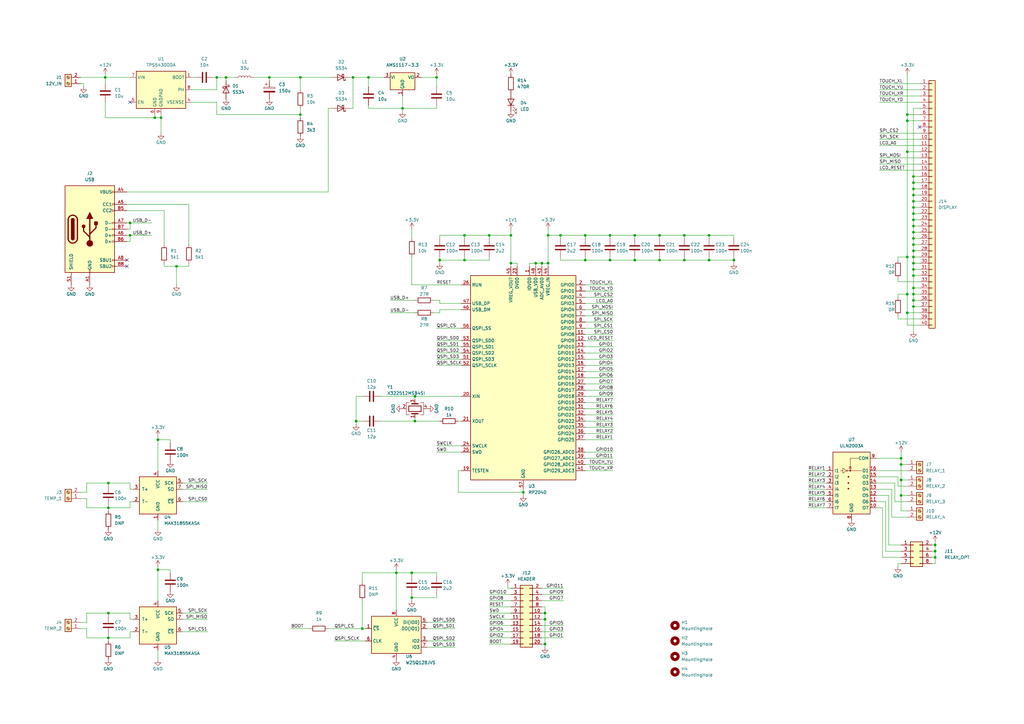
<source format=kicad_sch>
(kicad_sch (version 20211123) (generator eeschema)
  (paper "A3")
  (title_block (comment 1 "Resistors 1% tolerance unless otherwise noted"))
  (junction (at 374.65 90.17))
  (junction (at 44.45 198.12))
  (junction (at 260.35 96.52))
  (junction (at 374.65 97.79))
  (junction (at 372.11 46.99))
  (junction (at 151.13 31.75))
  (junction (at 374.65 85.09))
  (junction (at 180.34 106.68))
  (junction (at 209.55 96.52))
  (junction (at 374.65 92.71))
  (junction (at 374.65 72.39))
  (junction (at 383.54 223.52))
  (junction (at 168.91 245.11))
  (junction (at 372.11 49.53))
  (junction (at 280.67 96.52))
  (junction (at 374.65 120.65))
  (junction (at 190.5 106.68))
  (junction (at 369.57 196.85))
  (junction (at 280.67 106.68))
  (junction (at 53.34 91.44))
  (junction (at 224.79 107.95))
  (junction (at 374.65 87.63))
  (junction (at 240.03 96.52))
  (junction (at 270.51 96.52))
  (junction (at 270.51 106.68))
  (junction (at 179.07 31.75))
  (junction (at 374.65 113.03))
  (junction (at 123.19 31.75))
  (junction (at 162.56 234.95))
  (junction (at 110.49 31.75))
  (junction (at 148.59 257.81))
  (junction (at 250.19 106.68))
  (junction (at 372.11 120.65))
  (junction (at 190.5 96.52))
  (junction (at 250.19 96.52))
  (junction (at 224.79 96.52))
  (junction (at 372.11 105.41))
  (junction (at 92.71 31.75))
  (junction (at 44.45 208.28))
  (junction (at 290.83 96.52))
  (junction (at 222.25 107.95))
  (junction (at 146.05 172.72))
  (junction (at 219.71 107.95))
  (junction (at 72.39 109.22))
  (junction (at 374.65 125.73))
  (junction (at 369.57 203.2))
  (junction (at 200.66 96.52))
  (junction (at 165.1 44.45))
  (junction (at 229.87 96.52))
  (junction (at 374.65 100.33))
  (junction (at 374.65 107.95))
  (junction (at 66.04 48.26))
  (junction (at 44.45 251.46))
  (junction (at 372.11 128.27))
  (junction (at 374.65 102.87))
  (junction (at 43.18 31.75))
  (junction (at 383.54 228.6))
  (junction (at 63.5 48.26))
  (junction (at 170.18 162.56))
  (junction (at 374.65 118.11))
  (junction (at 260.35 106.68))
  (junction (at 369.57 190.5))
  (junction (at 64.77 233.68))
  (junction (at 374.65 123.19))
  (junction (at 374.65 77.47))
  (junction (at 383.54 226.06))
  (junction (at 170.18 172.72))
  (junction (at 240.03 106.68))
  (junction (at 300.99 106.68))
  (junction (at 214.63 201.93))
  (junction (at 374.65 105.41))
  (junction (at 369.57 187.96))
  (junction (at 223.52 251.46))
  (junction (at 374.65 95.25))
  (junction (at 88.9 31.75))
  (junction (at 53.34 96.52))
  (junction (at 144.78 31.75))
  (junction (at 223.52 254))
  (junction (at 374.65 80.01))
  (junction (at 374.65 82.55))
  (junction (at 374.65 74.93))
  (junction (at 64.77 180.34))
  (junction (at 209.55 107.95))
  (junction (at 123.19 46.99))
  (junction (at 223.52 264.16))
  (junction (at 290.83 106.68))
  (junction (at 168.91 234.95))
  (junction (at 372.11 62.23))
  (junction (at 44.45 261.62))
  (junction (at 374.65 110.49))
  (no_connect (at 53.34 41.91))
  (no_connect (at 377.19 52.07))
  (no_connect (at 52.07 109.22))
  (no_connect (at 52.07 106.68))
  (wire (pts (xy 382.27 228.6) (xy 383.54 228.6)))
  (wire (pts (xy 300.99 105.41) (xy 300.99 106.68)))
  (wire (pts (xy 369.57 196.85) (xy 369.57 190.5)))
  (wire (pts (xy 175.26 255.27) (xy 186.69 255.27)))
  (wire (pts (xy 156.21 162.56) (xy 170.18 162.56)))
  (wire (pts (xy 72.39 109.22) (xy 72.39 116.84)))
  (wire (pts (xy 148.59 162.56) (xy 146.05 162.56)))
  (wire (pts (xy 110.49 31.75) (xy 123.19 31.75)))
  (wire (pts (xy 374.65 85.09) (xy 374.65 87.63)))
  (wire (pts (xy 260.35 106.68) (xy 270.51 106.68)))
  (wire (pts (xy 377.19 123.19) (xy 374.65 123.19)))
  (wire (pts (xy 53.34 205.74) (xy 54.61 205.74)))
  (wire (pts (xy 209.55 96.52) (xy 200.66 96.52)))
  (wire (pts (xy 369.57 196.85) (xy 372.11 196.85)))
  (wire (pts (xy 53.34 251.46) (xy 44.45 251.46)))
  (wire (pts (xy 217.17 107.95) (xy 219.71 107.95)))
  (wire (pts (xy 148.59 246.38) (xy 148.59 257.81)))
  (wire (pts (xy 63.5 46.99) (xy 63.5 48.26)))
  (wire (pts (xy 374.65 100.33) (xy 377.19 100.33)))
  (wire (pts (xy 374.65 113.03) (xy 374.65 118.11)))
  (wire (pts (xy 240.03 96.52) (xy 250.19 96.52)))
  (wire (pts (xy 360.68 36.83) (xy 377.19 36.83)))
  (wire (pts (xy 240.03 129.54) (xy 251.46 129.54)))
  (wire (pts (xy 151.13 31.75) (xy 157.48 31.75)))
  (wire (pts (xy 223.52 248.92) (xy 223.52 251.46)))
  (wire (pts (xy 280.67 96.52) (xy 280.67 97.79)))
  (wire (pts (xy 374.65 125.73) (xy 374.65 135.89)))
  (wire (pts (xy 374.65 105.41) (xy 374.65 107.95)))
  (wire (pts (xy 240.03 154.94) (xy 251.46 154.94)))
  (wire (pts (xy 170.18 163.83) (xy 170.18 162.56)))
  (wire (pts (xy 374.65 105.41) (xy 377.19 105.41)))
  (wire (pts (xy 33.02 31.75) (xy 43.18 31.75)))
  (wire (pts (xy 148.59 238.76) (xy 148.59 234.95)))
  (wire (pts (xy 78.74 41.91) (xy 88.9 41.91)))
  (wire (pts (xy 377.19 49.53) (xy 372.11 49.53)))
  (wire (pts (xy 187.96 172.72) (xy 189.23 172.72)))
  (wire (pts (xy 240.03 172.72) (xy 251.46 172.72)))
  (wire (pts (xy 151.13 44.45) (xy 165.1 44.45)))
  (wire (pts (xy 88.9 46.99) (xy 123.19 46.99)))
  (wire (pts (xy 374.65 85.09) (xy 377.19 85.09)))
  (wire (pts (xy 209.55 107.95) (xy 212.09 107.95)))
  (wire (pts (xy 35.56 251.46) (xy 35.56 255.27)))
  (wire (pts (xy 359.41 193.04) (xy 372.11 193.04)))
  (wire (pts (xy 368.3 130.81) (xy 377.19 130.81)))
  (wire (pts (xy 179.07 35.56) (xy 179.07 31.75)))
  (wire (pts (xy 168.91 245.11) (xy 179.07 245.11)))
  (wire (pts (xy 170.18 172.72) (xy 180.34 172.72)))
  (wire (pts (xy 35.56 261.62) (xy 44.45 261.62)))
  (wire (pts (xy 44.45 251.46) (xy 35.56 251.46)))
  (wire (pts (xy 229.87 96.52) (xy 240.03 96.52)))
  (wire (pts (xy 222.25 248.92) (xy 223.52 248.92)))
  (wire (pts (xy 223.52 264.16) (xy 223.52 254)))
  (wire (pts (xy 222.25 246.38) (xy 231.14 246.38)))
  (wire (pts (xy 359.41 187.96) (xy 369.57 187.96)))
  (wire (pts (xy 270.51 96.52) (xy 270.51 97.79)))
  (wire (pts (xy 374.65 118.11) (xy 374.65 120.65)))
  (wire (pts (xy 190.5 106.68) (xy 180.34 106.68)))
  (wire (pts (xy 260.35 96.52) (xy 260.35 97.79)))
  (wire (pts (xy 165.1 39.37) (xy 165.1 44.45)))
  (wire (pts (xy 374.65 90.17) (xy 374.65 92.71)))
  (wire (pts (xy 359.41 208.28) (xy 361.95 208.28)))
  (wire (pts (xy 240.03 193.04) (xy 251.46 193.04)))
  (wire (pts (xy 170.18 162.56) (xy 189.23 162.56)))
  (wire (pts (xy 240.03 167.64) (xy 251.46 167.64)))
  (wire (pts (xy 250.19 96.52) (xy 260.35 96.52)))
  (wire (pts (xy 64.77 270.51) (xy 64.77 266.7)))
  (wire (pts (xy 64.77 233.68) (xy 64.77 246.38)))
  (wire (pts (xy 187.96 201.93) (xy 214.63 201.93)))
  (wire (pts (xy 69.85 181.61) (xy 69.85 180.34)))
  (wire (pts (xy 222.25 243.84) (xy 231.14 243.84)))
  (wire (pts (xy 290.83 96.52) (xy 300.99 96.52)))
  (wire (pts (xy 223.52 254) (xy 222.25 254)))
  (wire (pts (xy 165.1 44.45) (xy 179.07 44.45)))
  (wire (pts (xy 229.87 105.41) (xy 229.87 106.68)))
  (wire (pts (xy 179.07 185.42) (xy 189.23 185.42)))
  (wire (pts (xy 331.47 198.12) (xy 339.09 198.12)))
  (wire (pts (xy 53.34 96.52) (xy 62.23 96.52)))
  (wire (pts (xy 369.57 231.14) (xy 368.3 231.14)))
  (wire (pts (xy 374.65 110.49) (xy 374.65 113.03)))
  (wire (pts (xy 240.03 149.86) (xy 251.46 149.86)))
  (wire (pts (xy 374.65 87.63) (xy 374.65 90.17)))
  (wire (pts (xy 162.56 234.95) (xy 162.56 250.19)))
  (wire (pts (xy 53.34 96.52) (xy 53.34 99.06)))
  (wire (pts (xy 360.68 57.15) (xy 377.19 57.15)))
  (wire (pts (xy 300.99 97.79) (xy 300.99 96.52)))
  (wire (pts (xy 360.68 41.91) (xy 377.19 41.91)))
  (wire (pts (xy 200.66 256.54) (xy 209.55 256.54)))
  (wire (pts (xy 383.54 222.25) (xy 383.54 223.52)))
  (wire (pts (xy 368.3 199.39) (xy 368.3 195.58)))
  (wire (pts (xy 180.34 105.41) (xy 180.34 106.68)))
  (wire (pts (xy 208.28 240.03) (xy 208.28 241.3)))
  (wire (pts (xy 374.65 80.01) (xy 377.19 80.01)))
  (wire (pts (xy 168.91 234.95) (xy 179.07 234.95)))
  (wire (pts (xy 52.07 78.74) (xy 134.62 78.74)))
  (wire (pts (xy 35.56 204.47) (xy 35.56 208.28)))
  (wire (pts (xy 180.34 123.19) (xy 180.34 124.46)))
  (wire (pts (xy 369.57 203.2) (xy 369.57 196.85)))
  (wire (pts (xy 74.93 251.46) (xy 85.09 251.46)))
  (wire (pts (xy 35.56 201.93) (xy 33.02 201.93)))
  (wire (pts (xy 360.68 54.61) (xy 377.19 54.61)))
  (wire (pts (xy 365.76 212.09) (xy 365.76 200.66)))
  (wire (pts (xy 219.71 107.95) (xy 219.71 109.22)))
  (wire (pts (xy 260.35 105.41) (xy 260.35 106.68)))
  (wire (pts (xy 240.03 106.68) (xy 250.19 106.68)))
  (wire (pts (xy 240.03 121.92) (xy 251.46 121.92)))
  (wire (pts (xy 143.51 31.75) (xy 144.78 31.75)))
  (wire (pts (xy 372.11 120.65) (xy 372.11 128.27)))
  (wire (pts (xy 177.8 128.27) (xy 180.34 128.27)))
  (wire (pts (xy 374.65 92.71) (xy 374.65 95.25)))
  (wire (pts (xy 240.03 96.52) (xy 240.03 97.79)))
  (wire (pts (xy 53.34 208.28) (xy 53.34 205.74)))
  (wire (pts (xy 209.55 107.95) (xy 209.55 96.52)))
  (wire (pts (xy 222.25 261.62) (xy 231.14 261.62)))
  (wire (pts (xy 224.79 107.95) (xy 224.79 109.22)))
  (wire (pts (xy 44.45 261.62) (xy 44.45 262.89)))
  (wire (pts (xy 374.65 107.95) (xy 377.19 107.95)))
  (wire (pts (xy 144.78 44.45) (xy 144.78 31.75)))
  (wire (pts (xy 54.61 254) (xy 53.34 254)))
  (wire (pts (xy 123.19 46.99) (xy 123.19 48.26)))
  (wire (pts (xy 148.59 234.95) (xy 162.56 234.95)))
  (wire (pts (xy 224.79 93.98) (xy 224.79 96.52)))
  (wire (pts (xy 64.77 180.34) (xy 64.77 193.04)))
  (wire (pts (xy 224.79 96.52) (xy 229.87 96.52)))
  (wire (pts (xy 180.34 106.68) (xy 180.34 107.95)))
  (wire (pts (xy 374.65 80.01) (xy 374.65 82.55)))
  (wire (pts (xy 374.65 82.55) (xy 374.65 85.09)))
  (wire (pts (xy 374.65 125.73) (xy 377.19 125.73)))
  (wire (pts (xy 374.65 113.03) (xy 377.19 113.03)))
  (wire (pts (xy 377.19 46.99) (xy 372.11 46.99)))
  (wire (pts (xy 377.19 133.35) (xy 372.11 133.35)))
  (wire (pts (xy 200.66 243.84) (xy 209.55 243.84)))
  (wire (pts (xy 146.05 172.72) (xy 146.05 173.99)))
  (wire (pts (xy 44.45 198.12) (xy 44.45 199.39)))
  (wire (pts (xy 88.9 36.83) (xy 88.9 31.75)))
  (wire (pts (xy 224.79 96.52) (xy 224.79 107.95)))
  (wire (pts (xy 372.11 128.27) (xy 372.11 133.35)))
  (wire (pts (xy 209.55 241.3) (xy 208.28 241.3)))
  (wire (pts (xy 179.07 144.78) (xy 189.23 144.78)))
  (wire (pts (xy 44.45 208.28) (xy 53.34 208.28)))
  (wire (pts (xy 53.34 91.44) (xy 62.23 91.44)))
  (wire (pts (xy 200.66 254) (xy 209.55 254)))
  (wire (pts (xy 229.87 106.68) (xy 240.03 106.68)))
  (wire (pts (xy 180.34 97.79) (xy 180.34 96.52)))
  (wire (pts (xy 54.61 200.66) (xy 53.34 200.66)))
  (wire (pts (xy 175.26 265.43) (xy 186.69 265.43)))
  (wire (pts (xy 64.77 233.68) (xy 69.85 233.68)))
  (wire (pts (xy 250.19 105.41) (xy 250.19 106.68)))
  (wire (pts (xy 374.65 123.19) (xy 374.65 125.73)))
  (wire (pts (xy 123.19 36.83) (xy 123.19 31.75)))
  (wire (pts (xy 377.19 44.45) (xy 374.65 44.45)))
  (wire (pts (xy 88.9 31.75) (xy 92.71 31.75)))
  (wire (pts (xy 200.66 251.46) (xy 209.55 251.46)))
  (wire (pts (xy 144.78 31.75) (xy 151.13 31.75)))
  (wire (pts (xy 151.13 43.18) (xy 151.13 44.45)))
  (wire (pts (xy 179.07 142.24) (xy 189.23 142.24)))
  (wire (pts (xy 240.03 180.34) (xy 251.46 180.34)))
  (wire (pts (xy 179.07 30.48) (xy 179.07 31.75)))
  (wire (pts (xy 162.56 233.68) (xy 162.56 234.95)))
  (wire (pts (xy 44.45 260.35) (xy 44.45 261.62)))
  (wire (pts (xy 179.07 236.22) (xy 179.07 234.95)))
  (wire (pts (xy 33.02 257.81) (xy 35.56 257.81)))
  (wire (pts (xy 222.25 241.3) (xy 231.14 241.3)))
  (wire (pts (xy 360.68 67.31) (xy 377.19 67.31)))
  (wire (pts (xy 63.5 48.26) (xy 66.04 48.26)))
  (wire (pts (xy 369.57 203.2) (xy 372.11 203.2)))
  (wire (pts (xy 270.51 96.52) (xy 280.67 96.52)))
  (wire (pts (xy 331.47 200.66) (xy 339.09 200.66)))
  (wire (pts (xy 77.47 100.33) (xy 77.47 83.82)))
  (wire (pts (xy 260.35 96.52) (xy 270.51 96.52)))
  (wire (pts (xy 372.11 62.23) (xy 377.19 62.23)))
  (wire (pts (xy 369.57 209.55) (xy 369.57 203.2)))
  (wire (pts (xy 44.45 207.01) (xy 44.45 208.28)))
  (wire (pts (xy 53.34 261.62) (xy 53.34 259.08)))
  (wire (pts (xy 368.3 105.41) (xy 372.11 105.41)))
  (wire (pts (xy 156.21 172.72) (xy 170.18 172.72)))
  (wire (pts (xy 67.31 109.22) (xy 72.39 109.22)))
  (wire (pts (xy 382.27 223.52) (xy 383.54 223.52)))
  (wire (pts (xy 134.62 78.74) (xy 134.62 44.45)))
  (wire (pts (xy 53.34 254) (xy 53.34 251.46)))
  (wire (pts (xy 290.83 106.68) (xy 300.99 106.68)))
  (wire (pts (xy 374.65 92.71) (xy 377.19 92.71)))
  (wire (pts (xy 240.03 147.32) (xy 251.46 147.32)))
  (wire (pts (xy 374.65 72.39) (xy 374.65 74.93)))
  (wire (pts (xy 151.13 31.75) (xy 151.13 35.56)))
  (wire (pts (xy 66.04 48.26) (xy 66.04 54.61)))
  (wire (pts (xy 240.03 190.5) (xy 251.46 190.5)))
  (wire (pts (xy 372.11 199.39) (xy 368.3 199.39)))
  (wire (pts (xy 168.91 246.38) (xy 168.91 245.11)))
  (wire (pts (xy 360.68 34.29) (xy 377.19 34.29)))
  (wire (pts (xy 374.65 90.17) (xy 377.19 90.17)))
  (wire (pts (xy 331.47 205.74) (xy 339.09 205.74)))
  (wire (pts (xy 168.91 116.84) (xy 189.23 116.84)))
  (wire (pts (xy 148.59 172.72) (xy 146.05 172.72)))
  (wire (pts (xy 66.04 46.99) (xy 66.04 48.26)))
  (wire (pts (xy 88.9 31.75) (xy 87.63 31.75)))
  (wire (pts (xy 200.66 96.52) (xy 200.66 97.79)))
  (wire (pts (xy 359.41 205.74) (xy 363.22 205.74)))
  (wire (pts (xy 360.68 59.69) (xy 377.19 59.69)))
  (wire (pts (xy 240.03 132.08) (xy 251.46 132.08)))
  (wire (pts (xy 240.03 119.38) (xy 251.46 119.38)))
  (wire (pts (xy 361.95 208.28) (xy 361.95 228.6)))
  (wire (pts (xy 212.09 109.22) (xy 212.09 107.95)))
  (wire (pts (xy 372.11 30.48) (xy 372.11 46.99)))
  (wire (pts (xy 369.57 190.5) (xy 369.57 187.96)))
  (wire (pts (xy 200.66 261.62) (xy 209.55 261.62)))
  (wire (pts (xy 374.65 107.95) (xy 374.65 110.49)))
  (wire (pts (xy 374.65 87.63) (xy 377.19 87.63)))
  (wire (pts (xy 137.16 262.89) (xy 149.86 262.89)))
  (wire (pts (xy 78.74 36.83) (xy 88.9 36.83)))
  (wire (pts (xy 374.65 74.93) (xy 377.19 74.93)))
  (wire (pts (xy 240.03 177.8) (xy 251.46 177.8)))
  (wire (pts (xy 280.67 105.41) (xy 280.67 106.68)))
  (wire (pts (xy 200.66 264.16) (xy 209.55 264.16)))
  (wire (pts (xy 374.65 118.11) (xy 377.19 118.11)))
  (wire (pts (xy 240.03 185.42) (xy 251.46 185.42)))
  (wire (pts (xy 74.93 198.12) (xy 85.09 198.12)))
  (wire (pts (xy 189.23 193.04) (xy 187.96 193.04)))
  (wire (pts (xy 219.71 107.95) (xy 222.25 107.95)))
  (wire (pts (xy 374.65 74.93) (xy 374.65 77.47)))
  (wire (pts (xy 52.07 99.06) (xy 53.34 99.06)))
  (wire (pts (xy 180.34 124.46) (xy 189.23 124.46)))
  (wire (pts (xy 69.85 234.95) (xy 69.85 233.68)))
  (wire (pts (xy 222.25 107.95) (xy 222.25 109.22)))
  (wire (pts (xy 74.93 259.08) (xy 85.09 259.08)))
  (wire (pts (xy 361.95 228.6) (xy 369.57 228.6)))
  (wire (pts (xy 240.03 152.4) (xy 251.46 152.4)))
  (wire (pts (xy 53.34 31.75) (xy 43.18 31.75)))
  (wire (pts (xy 168.91 234.95) (xy 162.56 234.95)))
  (wire (pts (xy 180.34 96.52) (xy 190.5 96.52)))
  (wire (pts (xy 180.34 127) (xy 189.23 127)))
  (wire (pts (xy 74.93 205.74) (xy 85.09 205.74)))
  (wire (pts (xy 240.03 157.48) (xy 251.46 157.48)))
  (wire (pts (xy 359.41 203.2) (xy 364.49 203.2)))
  (wire (pts (xy 64.77 179.07) (xy 64.77 180.34)))
  (wire (pts (xy 200.66 106.68) (xy 190.5 106.68)))
  (wire (pts (xy 368.3 121.92) (xy 368.3 120.65)))
  (wire (pts (xy 383.54 226.06) (xy 383.54 228.6)))
  (wire (pts (xy 331.47 193.04) (xy 339.09 193.04)))
  (wire (pts (xy 240.03 162.56) (xy 251.46 162.56)))
  (wire (pts (xy 146.05 162.56) (xy 146.05 172.72)))
  (wire (pts (xy 374.65 102.87) (xy 374.65 105.41)))
  (wire (pts (xy 43.18 41.91) (xy 43.18 48.26)))
  (wire (pts (xy 119.38 257.81) (xy 127 257.81)))
  (wire (pts (xy 160.02 123.19) (xy 170.18 123.19)))
  (wire (pts (xy 300.99 106.68) (xy 300.99 107.95)))
  (wire (pts (xy 240.03 187.96) (xy 251.46 187.96)))
  (wire (pts (xy 374.65 110.49) (xy 377.19 110.49)))
  (wire (pts (xy 190.5 105.41) (xy 190.5 106.68)))
  (wire (pts (xy 187.96 193.04) (xy 187.96 201.93)))
  (wire (pts (xy 359.41 200.66) (xy 365.76 200.66)))
  (wire (pts (xy 374.65 95.25) (xy 377.19 95.25)))
  (wire (pts (xy 240.03 144.78) (xy 251.46 144.78)))
  (wire (pts (xy 67.31 86.36) (xy 67.31 100.33)))
  (wire (pts (xy 369.57 190.5) (xy 372.11 190.5)))
  (wire (pts (xy 179.07 147.32) (xy 189.23 147.32)))
  (wire (pts (xy 240.03 105.41) (xy 240.03 106.68)))
  (wire (pts (xy 270.51 105.41) (xy 270.51 106.68)))
  (wire (pts (xy 177.8 123.19) (xy 180.34 123.19)))
  (wire (pts (xy 383.54 228.6) (xy 383.54 231.14)))
  (wire (pts (xy 35.56 198.12) (xy 35.56 201.93)))
  (wire (pts (xy 35.56 208.28) (xy 44.45 208.28)))
  (wire (pts (xy 240.03 165.1) (xy 251.46 165.1)))
  (wire (pts (xy 223.52 265.43) (xy 223.52 264.16)))
  (wire (pts (xy 222.25 264.16) (xy 223.52 264.16)))
  (wire (pts (xy 374.65 77.47) (xy 374.65 80.01)))
  (wire (pts (xy 240.03 142.24) (xy 251.46 142.24)))
  (wire (pts (xy 64.77 217.17) (xy 64.77 213.36)))
  (wire (pts (xy 200.66 248.92) (xy 209.55 248.92)))
  (wire (pts (xy 240.03 160.02) (xy 251.46 160.02)))
  (wire (pts (xy 168.91 105.41) (xy 168.91 116.84)))
  (wire (pts (xy 240.03 134.62) (xy 251.46 134.62)))
  (wire (pts (xy 214.63 201.93) (xy 214.63 200.66)))
  (wire (pts (xy 374.65 120.65) (xy 374.65 123.19)))
  (wire (pts (xy 240.03 137.16) (xy 251.46 137.16)))
  (wire (pts (xy 359.41 195.58) (xy 368.3 195.58)))
  (wire (pts (xy 222.25 256.54) (xy 231.14 256.54)))
  (wire (pts (xy 374.65 95.25) (xy 374.65 97.79)))
  (wire (pts (xy 363.22 205.74) (xy 363.22 226.06)))
  (wire (pts (xy 214.63 203.2) (xy 214.63 201.93)))
  (wire (pts (xy 175.26 257.81) (xy 186.69 257.81)))
  (wire (pts (xy 367.03 198.12) (xy 359.41 198.12)))
  (wire (pts (xy 382.27 231.14) (xy 383.54 231.14)))
  (wire (pts (xy 280.67 96.52) (xy 290.83 96.52)))
  (wire (pts (xy 200.66 105.41) (xy 200.66 106.68)))
  (wire (pts (xy 77.47 109.22) (xy 77.47 107.95)))
  (wire (pts (xy 372.11 205.74) (xy 367.03 205.74)))
  (wire (pts (xy 160.02 128.27) (xy 170.18 128.27)))
  (wire (pts (xy 179.07 149.86) (xy 189.23 149.86)))
  (wire (pts (xy 143.51 44.45) (xy 144.78 44.45)))
  (wire (pts (xy 67.31 107.95) (xy 67.31 109.22)))
  (wire (pts (xy 52.07 86.36) (xy 67.31 86.36)))
  (wire (pts (xy 377.19 128.27) (xy 372.11 128.27)))
  (wire (pts (xy 372.11 49.53) (xy 372.11 46.99)))
  (wire (pts (xy 170.18 171.45) (xy 170.18 172.72)))
  (wire (pts (xy 44.45 208.28) (xy 44.45 209.55)))
  (wire (pts (xy 64.77 180.34) (xy 69.85 180.34)))
  (wire (pts (xy 372.11 212.09) (xy 365.76 212.09)))
  (wire (pts (xy 43.18 31.75) (xy 43.18 34.29)))
  (wire (pts (xy 217.17 109.22) (xy 217.17 107.95)))
  (wire (pts (xy 240.03 127) (xy 251.46 127)))
  (wire (pts (xy 190.5 96.52) (xy 200.66 96.52)))
  (wire (pts (xy 34.29 34.29) (xy 34.29 35.56)))
  (wire (pts (xy 250.19 96.52) (xy 250.19 97.79)))
  (wire (pts (xy 209.55 109.22) (xy 209.55 107.95)))
  (wire (pts (xy 53.34 259.08) (xy 54.61 259.08)))
  (wire (pts (xy 360.68 69.85) (xy 377.19 69.85)))
  (wire (pts (xy 43.18 48.26) (xy 63.5 48.26)))
  (wire (pts (xy 53.34 91.44) (xy 53.34 93.98)))
  (wire (pts (xy 179.07 139.7) (xy 189.23 139.7)))
  (wire (pts (xy 200.66 259.08) (xy 209.55 259.08)))
  (wire (pts (xy 270.51 106.68) (xy 280.67 106.68)))
  (wire (pts (xy 44.45 261.62) (xy 53.34 261.62)))
  (wire (pts (xy 165.1 45.72) (xy 165.1 44.45)))
  (wire (pts (xy 368.3 114.3) (xy 368.3 115.57)))
  (wire (pts (xy 369.57 209.55) (xy 372.11 209.55)))
  (wire (pts (xy 290.83 105.41) (xy 290.83 106.68)))
  (wire (pts (xy 364.49 203.2) (xy 364.49 223.52)))
  (wire (pts (xy 44.45 251.46) (xy 44.45 252.73)))
  (wire (pts (xy 179.07 243.84) (xy 179.07 245.11)))
  (wire (pts (xy 52.07 96.52) (xy 53.34 96.52)))
  (wire (pts (xy 368.3 115.57) (xy 377.19 115.57)))
  (wire (pts (xy 372.11 62.23) (xy 372.11 105.41)))
  (wire (pts (xy 240.03 139.7) (xy 251.46 139.7)))
  (wire (pts (xy 110.49 31.75) (xy 110.49 33.02)))
  (wire (pts (xy 88.9 41.91) (xy 88.9 46.99)))
  (wire (pts (xy 52.07 91.44) (xy 53.34 91.44)))
  (wire (pts (xy 222.25 251.46) (xy 223.52 251.46)))
  (wire (pts (xy 74.93 200.66) (xy 85.09 200.66)))
  (wire (pts (xy 179.07 134.62) (xy 189.23 134.62)))
  (wire (pts (xy 180.34 128.27) (xy 180.34 127)))
  (wire (pts (xy 175.26 262.89) (xy 186.69 262.89)))
  (wire (pts (xy 331.47 195.58) (xy 339.09 195.58)))
  (wire (pts (xy 72.39 109.22) (xy 77.47 109.22)))
  (wire (pts (xy 331.47 208.28) (xy 339.09 208.28)))
  (wire (pts (xy 74.93 254) (xy 85.09 254)))
  (wire (pts (xy 134.62 257.81) (xy 148.59 257.81)))
  (wire (pts (xy 148.59 257.81) (xy 149.86 257.81)))
  (wire (pts (xy 240.03 116.84) (xy 251.46 116.84)))
  (wire (pts (xy 240.03 170.18) (xy 251.46 170.18)))
  (wire (pts (xy 372.11 105.41) (xy 372.11 120.65)))
  (wire (pts (xy 383.54 223.52) (xy 383.54 226.06)))
  (wire (pts (xy 35.56 257.81) (xy 35.56 261.62)))
  (wire (pts (xy 35.56 255.27) (xy 33.02 255.27)))
  (wire (pts (xy 374.65 100.33) (xy 374.65 102.87)))
  (wire (pts (xy 372.11 49.53) (xy 372.11 62.23)))
  (wire (pts (xy 33.02 34.29) (xy 34.29 34.29)))
  (wire (pts (xy 209.55 93.98) (xy 209.55 96.52)))
  (wire (pts (xy 374.65 44.45) (xy 374.65 72.39)))
  (wire (pts (xy 44.45 198.12) (xy 35.56 198.12)))
  (wire (pts (xy 382.27 226.06) (xy 383.54 226.06)))
  (wire (pts (xy 172.72 31.75) (xy 179.07 31.75)))
  (wire (pts (xy 222.25 107.95) (xy 224.79 107.95)))
  (wire (pts (xy 364.49 223.52) (xy 369.57 223.52)))
  (wire (pts (xy 53.34 198.12) (xy 44.45 198.12)))
  (wire (pts (xy 250.19 106.68) (xy 260.35 106.68)))
  (wire (pts (xy 374.65 120.65) (xy 377.19 120.65)))
  (wire (pts (xy 179.07 182.88) (xy 189.23 182.88)))
  (wire (pts (xy 222.25 259.08) (xy 231.14 259.08)))
  (wire (pts (xy 223.52 251.46) (xy 223.52 254)))
  (wire (pts (xy 290.83 96.52) (xy 290.83 97.79)))
  (wire (pts (xy 52.07 83.82) (xy 77.47 83.82)))
  (wire (pts (xy 363.22 226.06) (xy 369.57 226.06)))
  (wire (pts (xy 33.02 204.47) (xy 35.56 204.47)))
  (wire (pts (xy 367.03 205.74) (xy 367.03 198.12)))
  (wire (pts (xy 368.3 106.68) (xy 368.3 105.41)))
  (wire (pts (xy 92.71 33.02) (xy 92.71 31.75)))
  (wire (pts (xy 360.68 39.37) (xy 377.19 39.37)))
  (wire (pts (xy 200.66 246.38) (xy 209.55 246.38)))
  (wire (pts (xy 168.91 93.98) (xy 168.91 97.79)))
  (wire (pts (xy 168.91 236.22) (xy 168.91 234.95)))
  (wire (pts (xy 369.57 185.42) (xy 369.57 187.96)))
  (wire (pts (xy 360.68 64.77) (xy 377.19 64.77)))
  (wire (pts (xy 374.65 97.79) (xy 374.65 100.33)))
  (wire (pts (xy 78.74 31.75) (xy 80.01 31.75)))
  (wire (pts (xy 134.62 44.45) (xy 135.89 44.45)))
  (wire (pts (xy 104.14 31.75) (xy 110.49 31.75)))
  (wire (pts (xy 53.34 200.66) (xy 53.34 198.12)))
  (wire (pts (xy 240.03 175.26) (xy 251.46 175.26)))
  (wire (pts (xy 374.65 102.87) (xy 377.19 102.87)))
  (wire (pts (xy 190.5 96.52) (xy 190.5 97.79)))
  (wire (pts (xy 368.3 120.65) (xy 372.11 120.65)))
  (wire (pts (xy 43.18 30.48) (xy 43.18 31.75)))
  (wire (pts (xy 280.67 106.68) (xy 290.83 106.68)))
  (wire (pts (xy 168.91 245.11) (xy 168.91 243.84)))
  (wire (pts (xy 240.03 124.46) (xy 251.46 124.46)))
  (wire (pts (xy 229.87 96.52) (xy 229.87 97.79)))
  (wire (pts (xy 179.07 43.18) (xy 179.07 44.45)))
  (wire (pts (xy 123.19 31.75) (xy 135.89 31.75)))
  (wire (pts (xy 374.65 97.79) (xy 377.19 97.79)))
  (wire (pts (xy 123.19 44.45) (xy 123.19 46.99)))
  (wire (pts (xy 331.47 203.2) (xy 339.09 203.2)))
  (wire (pts (xy 374.65 77.47) (xy 377.19 77.47)))
  (wire (pts (xy 368.3 129.54) (xy 368.3 130.81)))
  (wire (pts (xy 374.65 72.39) (xy 377.19 72.39)))
  (wire (pts (xy 92.71 31.75) (xy 96.52 31.75)))
  (wire (pts (xy 52.07 93.98) (xy 53.34 93.98)))
  (wire (pts (xy 374.65 82.55) (xy 377.19 82.55)))
  (wire (pts (xy 64.77 232.41) (xy 64.77 233.68)))
  (wire (pts (xy 368.3 231.14) (xy 368.3 232.41)))
  (label "QSPI_SD1" (at 186.69 257.81 180))
  (label "TOUCH_XL" (at 251.46 116.84 180))
  (label "GPIO7" (at 251.46 157.48 180))
  (label "RELAY5" (at 251.46 170.18 180))
  (label "QSPI_SD3" (at 186.69 265.43 180))
  (label "GPIO7" (at 231.14 246.38 180))
  (label "BOOT" (at 119.38 257.81 0))
  (label "GPIO3" (at 251.46 147.32 180))
  (label "TOUCH_XR" (at 251.46 193.04 180))
  (label "QSPI_SD2" (at 179.07 144.78 0))
  (label "RELAY4" (at 331.47 200.66 0))
  (label "QSPI_CS" (at 137.16 257.81 0))
  (label "RELAY6" (at 251.46 167.64 180))
  (label "GPIO9" (at 231.14 243.84 180))
  (label "TOUCH_YD" (at 251.46 119.38 180))
  (label "GPIO11" (at 231.14 241.3 180))
  (label "SWD" (at 179.07 185.42 0))
  (label "GPIO5" (at 231.14 256.54 180))
  (label "RESET" (at 200.66 248.92 0))
  (label "GPIO6" (at 251.46 154.94 180))
  (label "TOUCH_YD" (at 360.68 41.91 0))
  (label "RELAY4" (at 251.46 172.72 180))
  (label "GPIO2" (at 200.66 261.62 0))
  (label "LCD_A0" (at 251.46 124.46 180))
  (label "SPI_CS1" (at 85.09 259.08 180))
  (label "QSPI_SD0" (at 186.69 255.27 180))
  (label "QSPI_SCLK" (at 179.07 149.86 0))
  (label "GPIO8" (at 251.46 160.02 180))
  (label "GPIO8" (at 200.66 246.38 0))
  (label "TOUCH_YU" (at 251.46 190.5 180))
  (label "RELAY1" (at 251.46 180.34 180))
  (label "RELAY5" (at 331.47 203.2 0))
  (label "QSPI_CS" (at 179.07 134.62 0))
  (label "GPIO11" (at 251.46 187.96 180))
  (label "GPIO2" (at 251.46 144.78 180))
  (label "GPIO3" (at 231.14 259.08 180))
  (label "SPI_MOSI" (at 251.46 127 180))
  (label "RELAY3" (at 331.47 198.12 0))
  (label "SPI_MISO" (at 85.09 200.66 180))
  (label "TOUCH_YU" (at 360.68 36.83 0))
  (label "GPIO1" (at 251.46 142.24 180))
  (label "USB_D+" (at 160.02 123.19 0))
  (label "GPIO4" (at 200.66 259.08 0))
  (label "TOUCH_XR" (at 360.68 39.37 0))
  (label "SPI_SCK" (at 85.09 198.12 180))
  (label "SPI_SCK" (at 85.09 251.46 180))
  (label "LCD_A0" (at 360.68 59.69 0))
  (label "SPI_SCK" (at 251.46 132.08 180))
  (label "RELAY3" (at 251.46 175.26 180))
  (label "SPI_MISO" (at 251.46 129.54 180))
  (label "QSPI_SD2" (at 186.69 262.89 180))
  (label "BOOT" (at 200.66 264.16 0))
  (label "USB_D-" (at 160.02 128.27 0))
  (label "SPI_CS0" (at 251.46 137.16 180))
  (label "USB_D+" (at 62.23 96.52 180))
  (label "RELAY7" (at 251.46 165.1 180))
  (label "SPI_SCK" (at 360.68 57.15 0))
  (label "RELAY6" (at 331.47 205.74 0))
  (label "QSPI_SD3" (at 179.07 147.32 0))
  (label "SPI_MOSI" (at 360.68 64.77 0))
  (label "GPIO9" (at 251.46 162.56 180))
  (label "QSPI_SD1" (at 179.07 142.24 0))
  (label "GPIO4" (at 251.46 149.86 180))
  (label "RELAY2" (at 331.47 195.58 0))
  (label "QSPI_SCLK" (at 137.16 262.89 0))
  (label "USB_D-" (at 62.23 91.44 180))
  (label "GPIO5" (at 251.46 152.4 180))
  (label "QSPI_SD0" (at 179.07 139.7 0))
  (label "SPI_MISO" (at 360.68 67.31 0))
  (label "RESET" (at 179.07 116.84 0))
  (label "SPI_MISO" (at 85.09 254 180))
  (label "SWD" (at 200.66 251.46 0))
  (label "LCD_RESET" (at 360.68 69.85 0))
  (label "TOUCH_XL" (at 360.68 34.29 0))
  (label "SPI_CS2" (at 251.46 121.92 180))
  (label "SPI_CS0" (at 85.09 205.74 180))
  (label "LCD_RESET" (at 251.46 139.7 180))
  (label "GPIO10" (at 200.66 243.84 0))
  (label "RELAY7" (at 331.47 208.28 0))
  (label "GPIO6" (at 200.66 256.54 0))
  (label "SPI_CS2" (at 360.68 54.61 0))
  (label "GPIO1" (at 231.14 261.62 180))
  (label "GPIO10" (at 251.46 185.42 180))
  (label "RELAY2" (at 251.46 177.8 180))
  (label "RELAY1" (at 331.47 193.04 0))
  (label "SPI_CS1" (at 251.46 134.62 180))
  (label "SWCLK" (at 179.07 182.88 0))
  (label "SWCLK" (at 200.66 254 0))
  (symbol (lib_id "power:GND") (at 146.05 173.99 0) (unit 1)
    (property "Reference" "#PWR09" (effects hide))
    (property "Value" "GND" (at 146.05 177.8 0))
  )
  (symbol (lib_id "Device:C") (at 300.99 101.6 0) (unit 1)
    (property "Reference" "C24" (at 303.53 100.33 0) (effects (justify left)))
    (property "Value" "100n" (at 303.53 102.87 0) (effects (justify left)))
    (property "Footprint" "Capacitor_SMD:C_0402_1005Metric" (effects hide))
    (property "Datasheet" "https://jlcpcb.com/partdetail/1877-CL05B104KO5NNNC/C1525" (effects hide))
    (property "LCSC" "C1525" (effects hide))
    (property "Power" "-" (effects hide))
    (property "Tolerance" "10%" (effects hide))
    (property "Voltage" "16V" (effects hide))
  )
  (symbol (lib_id "Device:C") (at 43.18 38.1 0) (unit 1)
    (property "Reference" "C1" (at 46.99 36.83 0) (effects (justify left)))
    (property "Value" "10u" (at 46.99 39.37 0) (effects (justify left)))
    (property "Footprint" "Capacitor_SMD:C_0805_2012Metric" (effects hide))
    (property "Datasheet" "https://jlcpcb.com/partdetail/16532-CL21A106KAYNNNE/C15850" (effects hide))
    (property "LCSC" "C15850" (effects hide))
    (property "Power" "-" (effects hide))
    (property "Tolerance" "10%" (effects hide))
    (property "Voltage" "25V" (effects hide))
  )
  (symbol (lib_id "Device:C") (at 44.45 256.54 0) (unit 1)
    (property "Reference" "C7" (at 46.99 255.27 0) (effects (justify left)))
    (property "Value" "100n" (at 46.99 257.81 0) (effects (justify left)))
    (property "Footprint" "Capacitor_SMD:C_0402_1005Metric" (effects hide))
    (property "Datasheet" "https://jlcpcb.com/partdetail/1877-CL05B104KO5NNNC/C1525" (effects hide))
    (property "LCSC" "C1525" (effects hide))
    (property "Power" "-" (effects hide))
    (property "Tolerance" "10%" (effects hide))
    (property "Voltage" "16V" (effects hide))
  )
  (symbol (lib_id "Device:C") (at 280.67 101.6 0) (unit 1)
    (property "Reference" "C22" (at 283.21 100.33 0) (effects (justify left)))
    (property "Value" "100n" (at 283.21 102.87 0) (effects (justify left)))
    (property "Footprint" "Capacitor_SMD:C_0402_1005Metric" (effects hide))
    (property "Datasheet" "https://jlcpcb.com/partdetail/1877-CL05B104KO5NNNC/C1525" (effects hide))
    (property "LCSC" "C1525" (effects hide))
    (property "Power" "-" (effects hide))
    (property "Tolerance" "10%" (effects hide))
    (property "Voltage" "16V" (effects hide))
  )
  (symbol (lib_id "Device:C") (at 168.91 240.03 0) (unit 1)
    (property "Reference" "C15" (at 171.45 238.76 0) (effects (justify left)))
    (property "Value" "100n" (at 171.45 241.3 0) (effects (justify left)))
    (property "Footprint" "Capacitor_SMD:C_0402_1005Metric" (effects hide))
    (property "Datasheet" "https://jlcpcb.com/partdetail/1877-CL05B104KO5NNNC/C1525" (effects hide))
    (property "LCSC" "C1525" (effects hide))
    (property "Power" "-" (effects hide))
    (property "Tolerance" "10%" (effects hide))
    (property "Voltage" "16V" (effects hide))
  )
  (symbol (lib_id "Sensor_Temperature:MAX31855KASA") (at 64.77 256.54 0) (unit 1)
    (property "Reference" "U5" (at 67.31 265.43 0) (effects (justify left)))
    (property "Value" "MAX31855KASA" (at 67.31 267.97 0) (effects (justify left)))
    (property "Footprint" "Package_SO:SOIC-8_3.9x4.9mm_P1.27mm" (effects hide))
    (property "Datasheet" "https://jlcpcb.com/partdetail/MaximIntegrated-MAX31855KASAT/C52028" (effects hide))
    (property "LCSC" "C52028" (effects hide))
    (property "Power" "-" (effects hide))
    (property "Tolerance" "-" (effects hide))
    (property "Voltage" "-" (effects hide))
  )
  (symbol (lib_id "power:+12V") (at 369.57 185.42 0) (unit 1)
    (property "Reference" "#PWR022" (effects hide))
    (property "Value" "+12V" (at 369.57 181.61 0))
  )
  (symbol (lib_id "Connector:Screw_Terminal_01x02") (at 27.94 257.81 180) (unit 1)
    (property "Reference" "J4" (at 25.4 255.27 0) (effects (justify left)))
    (property "Value" "TEMP_2" (at 25.4 257.81 0) (effects (justify left)))
    (property "Footprint" "TerminalBlock_MetzConnect:TerminalBlock_MetzConnect_Type059_RT06302HBWC_1x02_P3.50mm_Horizontal" (effects hide))
    (property "Power" "-" (effects hide))
    (property "Tolerance" "-" (effects hide))
    (property "LCSC" "-" (effects hide))
    (property "Voltage" "-" (effects hide))
  )
  (symbol (lib_id "Connector:Screw_Terminal_01x02") (at 27.94 204.47 180) (unit 1)
    (property "Reference" "J3" (at 25.4 201.93 0) (effects (justify left)))
    (property "Value" "TEMP_1" (at 25.4 204.47 0) (effects (justify left)))
    (property "Footprint" "TerminalBlock_MetzConnect:TerminalBlock_MetzConnect_Type059_RT06302HBWC_1x02_P3.50mm_Horizontal" (effects hide))
    (property "Datasheet" "-" (effects hide))
    (property "Power" "-" (effects hide))
    (property "Tolerance" "-" (effects hide))
    (property "LCSC" "-" (effects hide))
    (property "Voltage" "-" (effects hide))
  )
  (symbol (lib_id "power:+3.3V") (at 372.11 30.48 0) (unit 1)
    (property "Reference" "#PWR023" (effects hide))
    (property "Value" "+3.3V" (at 372.11 26.67 0))
  )
  (symbol (lib_id "Device:R") (at 173.99 123.19 90) (unit 1)
    (property "Reference" "R7" (at 173.99 118.11 90))
    (property "Value" "27R" (at 173.99 120.65 90))
    (property "Footprint" "Resistor_SMD:R_0603_1608Metric" (effects hide))
    (property "Datasheet" "https://jlcpcb.com/partdetail/25933-0603WAF270JT5E/C25190" (effects hide))
    (property "LCSC" "C25190" (effects hide))
    (property "Power" "100mW" (effects hide))
    (property "Tolerance" "1%" (effects hide))
    (property "Voltage" "-" (effects hide))
  )
  (symbol (lib_id "Device:C") (at 44.45 203.2 0) (unit 1)
    (property "Reference" "C6" (at 46.99 201.93 0) (effects (justify left)))
    (property "Value" "100n" (at 46.99 204.47 0) (effects (justify left)))
    (property "Footprint" "Capacitor_SMD:C_0402_1005Metric" (effects hide))
    (property "Datasheet" "https://jlcpcb.com/partdetail/1877-CL05B104KO5NNNC/C1525" (effects hide))
    (property "LCSC" "C1525" (effects hide))
    (property "Power" "-" (effects hide))
    (property "Tolerance" "10%" (effects hide))
    (property "Voltage" "16V" (effects hide))
  )
  (symbol (lib_id "Mechanical:MountingHole") (at 276.86 262.89 0) (unit 1)
    (property "Reference" "H2" (at 279.4 261.6199 0) (effects (justify left)))
    (property "Value" "MountingHole" (at 279.4 264.1599 0) (effects (justify left)))
    (property "Footprint" "MountingHole:MountingHole_3.2mm_M3" (effects hide))
    (property "Datasheet" "-" (effects hide))
    (property "LCSC" "-" (effects hide))
    (property "Power" "-" (effects hide))
    (property "Tolerance" "-" (effects hide))
    (property "Voltage" "-" (effects hide))
  )
  (symbol (lib_id "Device:C") (at 152.4 172.72 90) (unit 1)
    (property "Reference" "C11" (at 152.4 176.53 90))
    (property "Value" "12p" (at 152.4 179.07 90))
    (property "Footprint" "Capacitor_SMD:C_0402_1005Metric" (effects hide))
    (property "Datasheet" "https://jlcpcb.com/partdetail/1899-0402CG120J500NT/C1547" (effects hide))
    (property "LCSC" "C1547" (effects hide))
    (property "Power" "-" (effects hide))
    (property "Tolerance" "5%" (effects hide))
    (property "Voltage" "50V" (effects hide))
  )
  (symbol (lib_id "power:GND") (at 168.91 246.38 0) (unit 1)
    (property "Reference" "#PWR018" (effects hide))
    (property "Value" "GND" (at 168.91 250.19 0))
  )
  (symbol (lib_id "Device:R") (at 77.47 104.14 0) (unit 1)
    (property "Reference" "R2" (at 80.01 102.8699 0) (effects (justify left)))
    (property "Value" "5k1" (at 80.01 105.4099 0) (effects (justify left)))
    (property "Footprint" "Resistor_SMD:R_0402_1005Metric" (effects hide))
    (property "Datasheet" "https://jlcpcb.com/partdetail/26648-0402WGF5101TCE/C25905" (effects hide))
    (property "LCSC" "C25905" (effects hide))
    (property "Power" "62.5mW" (effects hide))
    (property "Tolerance" "1%" (effects hide))
    (property "Voltage" "-" (effects hide))
  )
  (symbol (lib_id "Device:LED") (at 209.55 41.91 90) (unit 1)
    (property "Reference" "D4" (at 213.36 42.2274 90) (effects (justify right)))
    (property "Value" "LED" (at 213.36 44.7674 90) (effects (justify right)))
    (property "Footprint" "LED_SMD:LED_0603_1608Metric" (effects hide))
    (property "Datasheet" "https://jlcpcb.com/partdetail/EverlightElec-19_217_GHC_YR1S23T/C72043" (effects hide))
    (property "LCSC" "C72043" (effects hide))
    (property "Power" "-" (effects hide))
    (property "Tolerance" "-" (effects hide))
    (property "Voltage" "-" (effects hide))
  )
  (symbol (lib_id "Device:C") (at 69.85 238.76 0) (unit 1)
    (property "Reference" "C9" (at 72.39 237.49 0) (effects (justify left)))
    (property "Value" "100n" (at 72.39 240.03 0) (effects (justify left)))
    (property "Footprint" "Capacitor_SMD:C_0402_1005Metric" (effects hide))
    (property "Datasheet" "https://jlcpcb.com/partdetail/1877-CL05B104KO5NNNC/C1525" (effects hide))
    (property "LCSC" "C1525" (effects hide))
    (property "Power" "-" (effects hide))
    (property "Tolerance" "10%" (effects hide))
    (property "Voltage" "16V" (effects hide))
  )
  (symbol (lib_id "Device:C") (at 270.51 101.6 0) (unit 1)
    (property "Reference" "C21" (at 273.05 100.33 0) (effects (justify left)))
    (property "Value" "100n" (at 273.05 102.87 0) (effects (justify left)))
    (property "Footprint" "Capacitor_SMD:C_0402_1005Metric" (effects hide))
    (property "Datasheet" "https://jlcpcb.com/partdetail/1877-CL05B104KO5NNNC/C1525" (effects hide))
    (property "LCSC" "C1525" (effects hide))
    (property "Power" "-" (effects hide))
    (property "Tolerance" "10%" (effects hide))
    (property "Voltage" "16V" (effects hide))
  )
  (symbol (lib_id "power:GND") (at 374.65 135.89 0) (unit 1)
    (property "Reference" "#PWR024" (effects hide))
    (property "Value" "GND" (at 374.65 139.7 0))
  )
  (symbol (lib_id "Mechanical:MountingHole") (at 276.86 256.54 0) (unit 1)
    (property "Reference" "H1" (at 279.4 255.2699 0) (effects (justify left)))
    (property "Value" "MountingHole" (at 279.4 257.8099 0) (effects (justify left)))
    (property "Footprint" "MountingHole:MountingHole_3.2mm_M3" (effects hide))
    (property "Datasheet" "-" (effects hide))
    (property "LCSC" "-" (effects hide))
    (property "Power" "-" (effects hide))
    (property "Tolerance" "-" (effects hide))
    (property "Voltage" "-" (effects hide))
  )
  (symbol (lib_id "power:GND") (at 223.52 265.43 0) (unit 1)
    (property "Reference" "#PWR0112" (effects hide))
    (property "Value" "GND" (at 223.52 269.24 0))
  )
  (symbol (lib_id "Device:D_Schottky") (at 139.7 31.75 180) (unit 1)
    (property "Reference" "D2" (at 140.0175 25.4 0))
    (property "Value" "SS34" (at 140.0175 27.94 0))
    (property "Footprint" "Diode_SMD:D_SMA" (effects hide))
    (property "Datasheet" "https://jlcpcb.com/partdetail/mdd_microdiode_electronics-SS34/C8678" (effects hide))
    (property "LCSC" "C8678" (effects hide))
    (property "Power" "-" (effects hide))
    (property "Tolerance" "-" (effects hide))
    (property "Voltage" "40V" (effects hide))
  )
  (symbol (lib_id "power:+3.3V") (at 208.28 240.03 0) (unit 1)
    (property "Reference" "#PWR0113" (effects hide))
    (property "Value" "+3.3V" (at 208.28 236.22 0))
  )
  (symbol (lib_id "Device:R") (at 44.45 266.7 0) (unit 1)
    (property "Reference" "R6" (at 46.99 265.4299 0) (effects (justify left)))
    (property "Value" "DNP" (at 46.99 267.9699 0) (effects (justify left)))
    (property "Footprint" "Resistor_SMD:R_0603_1608Metric" (effects hide))
    (property "Datasheet" "-" (effects hide))
    (property "LCSC" "-" (effects hide))
    (property "Power" "-" (effects hide))
    (property "Tolerance" "-" (effects hide))
    (property "Voltage" "-" (effects hide))
  )
  (symbol (lib_id "power:GND") (at 72.39 116.84 0) (unit 1)
    (property "Reference" "#PWR0108" (effects hide))
    (property "Value" "GND" (at 72.39 120.65 0))
  )
  (symbol (lib_id "Connector:Screw_Terminal_01x02") (at 377.19 203.2 0) (unit 1)
    (property "Reference" "J9" (at 379.73 203.1999 0) (effects (justify left)))
    (property "Value" "RELAY_3" (at 379.73 205.7399 0) (effects (justify left)))
    (property "Footprint" "TerminalBlock_MetzConnect:TerminalBlock_MetzConnect_Type059_RT06302HBWC_1x02_P3.50mm_Horizontal" (effects hide))
    (property "Datasheet" "-" (effects hide))
    (property "Power" "-" (effects hide))
    (property "Tolerance" "-" (effects hide))
    (property "LCSC" "-" (effects hide))
    (property "Voltage" "-" (effects hide))
  )
  (symbol (lib_id "power:+3.3V") (at 168.91 93.98 0) (unit 1)
    (property "Reference" "#PWR0115" (effects hide))
    (property "Value" "+3.3V" (at 168.91 90.17 0))
  )
  (symbol (lib_id "power:GND") (at 92.71 40.64 0) (unit 1)
    (property "Reference" "#PWR0101" (effects hide))
    (property "Value" "GND" (at 92.71 44.45 0))
  )
  (symbol (lib_id "Device:R") (at 67.31 104.14 0) (unit 1)
    (property "Reference" "R1" (at 69.85 102.8699 0) (effects (justify left)))
    (property "Value" "5k1" (at 69.85 105.4099 0) (effects (justify left)))
    (property "Footprint" "Resistor_SMD:R_0402_1005Metric" (effects hide))
    (property "Datasheet" "https://jlcpcb.com/partdetail/26648-0402WGF5101TCE/C25905" (effects hide))
    (property "LCSC" "C25905" (effects hide))
    (property "Power" "62.5mW" (effects hide))
    (property "Tolerance" "1%" (effects hide))
    (property "Voltage" "-" (effects hide))
  )
  (symbol (lib_id "Device:Crystal_GND24") (at 170.18 167.64 90) (unit 1)
    (property "Reference" "Y1" (at 158.75 158.75 90) (effects (justify right)))
    (property "Value" "X322512MSB4SI" (at 158.75 161.29 90) (effects (justify right)))
    (property "Footprint" "Crystal:Crystal_SMD_SeikoEpson_TSX3225-4Pin_3.2x2.5mm" (effects hide))
    (property "Datasheet" "https://jlcpcb.com/partdetail/YangxingTech-X322512MSB4SI/C9002" (effects hide))
    (property "LCSC" "C9002" (effects hide))
    (property "Power" "-" (effects hide))
    (property "Tolerance" "-" (effects hide))
    (property "Voltage" "-" (effects hide))
  )
  (symbol (lib_id "Memory_Flash:W25Q128JVS") (at 162.56 260.35 0) (unit 1)
    (property "Reference" "U6" (at 166.37 269.24 0) (effects (justify left)))
    (property "Value" "W25Q128JVS" (at 166.37 271.78 0) (effects (justify left)))
    (property "Footprint" "Package_SO:SOIC-8_5.23x5.23mm_P1.27mm" (effects hide))
    (property "Datasheet" "https://jlcpcb.com/partdetail/WinbondElec-W25Q128JVSIQ/C97521" (effects hide))
    (property "LCSC" "C97521" (effects hide))
    (property "Power" "-" (effects hide))
    (property "Tolerance" "-" (effects hide))
    (property "Voltage" "-" (effects hide))
  )
  (symbol (lib_id "power:GND") (at 64.77 270.51 0) (unit 1)
    (property "Reference" "#PWR06" (effects hide))
    (property "Value" "GND" (at 64.77 274.32 0))
  )
  (symbol (lib_id "power:GND") (at 214.63 203.2 0) (unit 1)
    (property "Reference" "#PWR017" (effects hide))
    (property "Value" "GND" (at 214.63 207.01 0))
  )
  (symbol (lib_id "Connector:Screw_Terminal_01x02") (at 377.19 190.5 0) (unit 1)
    (property "Reference" "J7" (at 379.73 190.4999 0) (effects (justify left)))
    (property "Value" "RELAY_1" (at 379.73 193.0399 0) (effects (justify left)))
    (property "Footprint" "TerminalBlock_MetzConnect:TerminalBlock_MetzConnect_Type059_RT06302HBWC_1x02_P3.50mm_Horizontal" (effects hide))
    (property "Datasheet" "-" (effects hide))
    (property "Power" "-" (effects hide))
    (property "Tolerance" "-" (effects hide))
    (property "LCSC" "-" (effects hide))
    (property "Voltage" "-" (effects hide))
  )
  (symbol (lib_id "Connector_Generic:Conn_02x04_Odd_Even") (at 374.65 226.06 0) (unit 1)
    (property "Reference" "J11" (at 387.35 226.06 0) (effects (justify left)))
    (property "Value" "RELAY_OPT" (at 387.35 228.6 0) (effects (justify left)))
    (property "Footprint" "Connector_PinHeader_2.54mm:PinHeader_2x04_P2.54mm_Vertical_SMD" (effects hide))
    (property "Datasheet" "-" (effects hide))
    (property "LCSC" "-" (effects hide))
    (property "Power" "-" (effects hide))
    (property "Tolerance" "-" (effects hide))
    (property "Voltage" "-" (effects hide))
  )
  (symbol (lib_id "Device:L") (at 100.33 31.75 90) (unit 1)
    (property "Reference" "L1" (at 100.33 25.4 90))
    (property "Value" "33u" (at 100.33 27.94 90))
    (property "Footprint" "Inductor_SMD:L_Taiyo-Yuden_NR-50xx" (effects hide))
    (property "Datasheet" "https://jlcpcb.com/partdetail/Sunlord-SWPA5040S330MT/C86618" (effects hide))
    (property "LCSC" "C86618" (effects hide))
    (property "Power" "-" (effects hide))
    (property "Tolerance" "20%" (effects hide))
    (property "Voltage" "-" (effects hide))
  )
  (symbol (lib_id "power:GND") (at 162.56 270.51 0) (unit 1)
    (property "Reference" "#PWR016" (effects hide))
    (property "Value" "GND" (at 162.56 274.32 0))
  )
  (symbol (lib_id "Device:R") (at 148.59 242.57 0) (unit 1)
    (property "Reference" "R11" (at 151.13 241.2999 0) (effects (justify left)))
    (property "Value" "DNP" (at 151.13 243.8399 0) (effects (justify left)))
    (property "Footprint" "Resistor_SMD:R_0603_1608Metric" (effects hide))
    (property "Datasheet" "-" (effects hide))
    (property "LCSC" "-" (effects hide))
    (property "Power" "-" (effects hide))
    (property "Tolerance" "-" (effects hide))
    (property "Voltage" "-" (effects hide))
  )
  (symbol (lib_id "Device:C") (at 250.19 101.6 0) (unit 1)
    (property "Reference" "C19" (at 252.73 100.33 0) (effects (justify left)))
    (property "Value" "100n" (at 252.73 102.87 0) (effects (justify left)))
    (property "Footprint" "Capacitor_SMD:C_0402_1005Metric" (effects hide))
    (property "Datasheet" "https://jlcpcb.com/partdetail/1877-CL05B104KO5NNNC/C1525" (effects hide))
    (property "LCSC" "C1525" (effects hide))
    (property "Power" "-" (effects hide))
    (property "Tolerance" "10%" (effects hide))
    (property "Voltage" "16V" (effects hide))
  )
  (symbol (lib_id "Device:R") (at 368.3 125.73 0) (unit 1)
    (property "Reference" "R15" (at 367.03 124.46 0) (effects (justify right)))
    (property "Value" "0R" (at 367.03 127 0) (effects (justify right)))
    (property "Footprint" "Resistor_SMD:R_0603_1608Metric" (effects hide))
    (property "Datasheet" "https://jlcpcb.com/partdetail/21903-0603WAF0000T5E/C21189" (effects hide))
    (property "LCSC" "C21189" (effects hide))
    (property "Power" "-" (effects hide))
    (property "Tolerance" "-" (effects hide))
    (property "Voltage" "-" (effects hide))
  )
  (symbol (lib_id "Device:C") (at 83.82 31.75 90) (unit 1)
    (property "Reference" "C2" (at 83.82 24.13 90))
    (property "Value" "10n" (at 83.82 26.67 90))
    (property "Footprint" "Capacitor_SMD:C_0402_1005Metric" (effects hide))
    (property "Datasheet" "https://jlcpcb.com/partdetail/15869-CL05B103KB5NNNC/C15195" (effects hide))
    (property "LCSC" "C15195" (effects hide))
    (property "Power" "-" (effects hide))
    (property "Tolerance" "10%" (effects hide))
    (property "Voltage" "50V" (effects hide))
  )
  (symbol (lib_id "power:GND") (at 175.26 167.64 90) (unit 1)
    (property "Reference" "#PWR012" (effects hide))
    (property "Value" "GND" (at 179.07 167.64 0))
  )
  (symbol (lib_id "power:+12V") (at 383.54 222.25 0) (unit 1)
    (property "Reference" "#PWR0118" (effects hide))
    (property "Value" "+12V" (at 383.54 218.44 0))
  )
  (symbol (lib_id "power:GND") (at 34.29 35.56 0) (unit 1)
    (property "Reference" "#PWR0111" (effects hide))
    (property "Value" "GND" (at 34.29 39.37 0))
  )
  (symbol (lib_id "power:+1V1") (at 209.55 93.98 0) (unit 1)
    (property "Reference" "#PWR014" (effects hide))
    (property "Value" "+1V1" (at 209.55 90.17 0))
  )
  (symbol (lib_id "Regulator_Linear:AMS1117-3.3") (at 165.1 31.75 0) (unit 1)
    (property "Reference" "U2" (at 165.1 24.13 0))
    (property "Value" "AMS1117-3.3" (at 165.1 26.67 0))
    (property "Footprint" "Package_TO_SOT_SMD:SOT-223-3_TabPin2" (effects hide))
    (property "Datasheet" "https://jlcpcb.com/partdetail/Advanced_MonolithicSystems-AMS1117_33/C6186" (effects hide))
    (property "LCSC" "C6186" (effects hide))
    (property "Power" "-" (effects hide))
    (property "Tolerance" "-" (effects hide))
    (property "Voltage" "-" (effects hide))
  )
  (symbol (lib_id "Device:R") (at 368.3 110.49 0) (unit 1)
    (property "Reference" "R12" (at 367.03 109.22 0) (effects (justify right)))
    (property "Value" "0R" (at 367.03 111.76 0) (effects (justify right)))
    (property "Footprint" "Resistor_SMD:R_0603_1608Metric" (effects hide))
    (property "Datasheet" "https://jlcpcb.com/partdetail/21903-0603WAF0000T5E/C21189" (effects hide))
    (property "LCSC" "C21189" (effects hide))
    (property "Power" "-" (effects hide))
    (property "Tolerance" "-" (effects hide))
    (property "Voltage" "-" (effects hide))
  )
  (symbol (lib_id "power:GND") (at 349.25 213.36 0) (unit 1)
    (property "Reference" "#PWR021" (effects hide))
    (property "Value" "GND" (at 349.25 217.17 0))
  )
  (symbol (lib_id "Device:R") (at 123.19 40.64 0) (unit 1)
    (property "Reference" "R3" (at 125.73 39.3699 0) (effects (justify left)))
    (property "Value" "10k" (at 125.73 41.9099 0) (effects (justify left)))
    (property "Footprint" "Resistor_SMD:R_0402_1005Metric" (effects hide))
    (property "Datasheet" "https://jlcpcb.com/partdetail/26487-0402WGF1002TCE/C25744" (effects hide))
    (property "LCSC" "C25744" (effects hide))
    (property "Power" "62.5mW" (effects hide))
    (property "Tolerance" "1%" (effects hide))
    (property "Voltage" "-" (effects hide))
  )
  (symbol (lib_id "Sensor_Temperature:MAX31855KASA") (at 64.77 203.2 0) (unit 1)
    (property "Reference" "U4" (at 67.31 212.09 0) (effects (justify left)))
    (property "Value" "MAX31855KASA" (at 67.31 214.63 0) (effects (justify left)))
    (property "Footprint" "Package_SO:SOIC-8_3.9x4.9mm_P1.27mm" (effects hide))
    (property "Datasheet" "https://jlcpcb.com/partdetail/MaximIntegrated-MAX31855KASAT/C52028" (effects hide))
    (property "LCSC" "C52028" (effects hide))
    (property "Power" "-" (effects hide))
    (property "Tolerance" "-" (effects hide))
    (property "Voltage" "-" (effects hide))
  )
  (symbol (lib_id "Device:D_Schottky") (at 139.7 44.45 180) (unit 1)
    (property "Reference" "D3" (at 140.0175 38.1 0))
    (property "Value" "SS34" (at 140.0175 40.64 0))
    (property "Footprint" "Diode_SMD:D_SMA" (effects hide))
    (property "Datasheet" "https://jlcpcb.com/partdetail/mdd_microdiode_electronics-SS34/C8678" (effects hide))
    (property "LCSC" "C8678" (effects hide))
    (property "Power" "-" (effects hide))
    (property "Tolerance" "-" (effects hide))
    (property "Voltage" "40V" (effects hide))
  )
  (symbol (lib_id "power:GND") (at 66.04 54.61 0) (unit 1)
    (property "Reference" "#PWR0105" (effects hide))
    (property "Value" "GND" (at 66.04 58.42 0))
  )
  (symbol (lib_id "Regulator_Switching:TPS5430DDA") (at 66.04 36.83 0) (unit 1)
    (property "Reference" "U1" (at 66.04 24.13 0))
    (property "Value" "TPS5430DDA" (at 66.04 26.67 0))
    (property "Footprint" "Package_SO:TI_SO-PowerPAD-8_ThermalVias" (effects hide))
    (property "Datasheet" "https://jlcpcb.com/partdetail/TexasInstruments-TPS5430DDAR/C9864" (effects hide))
    (property "LCSC" "C9864" (effects hide))
    (property "Power" "-" (effects hide))
    (property "Tolerance" "-" (effects hide))
    (property "Voltage" "-" (effects hide))
  )
  (symbol (lib_id "power:+3.3V") (at 64.77 232.41 0) (unit 1)
    (property "Reference" "#PWR05" (effects hide))
    (property "Value" "+3.3V" (at 64.77 228.6 0))
  )
  (symbol (lib_id "power:GND") (at 44.45 270.51 0) (unit 1)
    (property "Reference" "#PWR02" (effects hide))
    (property "Value" "GND" (at 44.45 274.32 0))
  )
  (symbol (lib_id "power:+12V") (at 43.18 30.48 0) (unit 1)
    (property "Reference" "#PWR0103" (effects hide))
    (property "Value" "+12V" (at 43.18 26.67 0))
  )
  (symbol (lib_id "Connector:Screw_Terminal_01x02") (at 377.19 196.85 0) (unit 1)
    (property "Reference" "J8" (at 379.73 196.8499 0) (effects (justify left)))
    (property "Value" "RELAY_2" (at 379.73 199.3899 0) (effects (justify left)))
    (property "Footprint" "TerminalBlock_MetzConnect:TerminalBlock_MetzConnect_Type059_RT06302HBWC_1x02_P3.50mm_Horizontal" (effects hide))
    (property "Datasheet" "-" (effects hide))
    (property "Power" "-" (effects hide))
    (property "Tolerance" "-" (effects hide))
    (property "LCSC" "-" (effects hide))
    (property "Voltage" "-" (effects hide))
  )
  (symbol (lib_id "Device:R") (at 130.81 257.81 90) (unit 1)
    (property "Reference" "R9" (at 130.81 251.46 90))
    (property "Value" "1k" (at 130.81 254 90))
    (property "Footprint" "Resistor_SMD:R_0402_1005Metric" (effects hide))
    (property "Datasheet" "https://jlcpcb.com/partdetail/12256-0402WGF1001TCE/C11702" (effects hide))
    (property "LCSC" "C11702" (effects hide))
    (property "Power" "62.5mW" (effects hide))
    (property "Tolerance" "1%" (effects hide))
    (property "Voltage" "-" (effects hide))
  )
  (symbol (lib_id "power:GND") (at 209.55 45.72 0) (unit 1)
    (property "Reference" "#PWR0117" (effects hide))
    (property "Value" "GND" (at 209.55 49.53 0))
  )
  (symbol (lib_id "Device:R") (at 184.15 172.72 90) (unit 1)
    (property "Reference" "R10" (at 184.15 167.64 90))
    (property "Value" "1k" (at 184.15 170.18 90))
    (property "Footprint" "Resistor_SMD:R_0402_1005Metric" (effects hide))
    (property "Datasheet" "https://jlcpcb.com/partdetail/12256-0402WGF1001TCE/C11702" (effects hide))
    (property "LCSC" "C11702" (effects hide))
    (property "Power" "62.5mW" (effects hide))
    (property "Tolerance" "1%" (effects hide))
    (property "Voltage" "-" (effects hide))
  )
  (symbol (lib_id "power:GND") (at 44.45 217.17 0) (unit 1)
    (property "Reference" "#PWR01" (effects hide))
    (property "Value" "GND" (at 44.45 220.98 0))
  )
  (symbol (lib_id "Transistor_Array:ULN2003A") (at 349.25 198.12 0) (unit 1)
    (property "Reference" "U7" (at 349.25 180.34 0))
    (property "Value" "ULN2003A" (at 349.25 182.88 0))
    (property "Footprint" "Package_SO:SOIC-16_3.9x9.9mm_P1.27mm" (effects hide))
    (property "Datasheet" "https://jlcpcb.com/partdetail/TexasInstruments-ULN2003ADR/C7512" (effects hide))
    (property "LCSC" "C7512" (effects hide))
    (property "Power" "-" (effects hide))
    (property "Tolerance" "-" (effects hide))
    (property "Voltage" "-" (effects hide))
  )
  (symbol (lib_id "Device:R") (at 168.91 101.6 0) (unit 1)
    (property "Reference" "R13" (at 171.45 100.3299 0) (effects (justify left)))
    (property "Value" "10k" (at 171.45 102.8699 0) (effects (justify left)))
    (property "Footprint" "Resistor_SMD:R_0402_1005Metric" (effects hide))
    (property "Datasheet" "https://jlcpcb.com/partdetail/26487-0402WGF1002TCE/C25744" (effects hide))
    (property "LCSC" "C25744" (effects hide))
    (property "Power" "62.5mW" (effects hide))
    (property "Tolerance" "1%" (effects hide))
    (property "Voltage" "-" (effects hide))
  )
  (symbol (lib_id "power:+3.3V") (at 179.07 30.48 0) (unit 1)
    (property "Reference" "#PWR0110" (effects hide))
    (property "Value" "+3.3V" (at 179.07 26.67 0))
  )
  (symbol (lib_id "power:GND") (at 165.1 167.64 270) (unit 1)
    (property "Reference" "#PWR010" (effects hide))
    (property "Value" "GND" (at 161.29 167.64 0))
  )
  (symbol (lib_id "Device:C") (at 179.07 39.37 0) (unit 1)
    (property "Reference" "C5" (at 182.88 38.0999 0) (effects (justify left)))
    (property "Value" "10u" (at 182.88 40.6399 0) (effects (justify left)))
    (property "Footprint" "Capacitor_SMD:C_0805_2012Metric" (effects hide))
    (property "Datasheet" "https://jlcpcb.com/partdetail/16532-CL21A106KAYNNNE/C15850" (effects hide))
    (property "LCSC" "C15850" (effects hide))
    (property "Power" "-" (effects hide))
    (property "Tolerance" "10%" (effects hide))
    (property "Voltage" "25V" (effects hide))
  )
  (symbol (lib_id "power:GND") (at 29.21 116.84 0) (unit 1)
    (property "Reference" "#PWR0106" (effects hide))
    (property "Value" "GND" (at 29.21 120.65 0))
  )
  (symbol (lib_id "power:GND") (at 110.49 40.64 0) (unit 1)
    (property "Reference" "#PWR0102" (effects hide))
    (property "Value" "GND" (at 110.49 44.45 0))
  )
  (symbol (lib_id "Device:R") (at 209.55 34.29 0) (unit 1)
    (property "Reference" "R14" (at 212.09 33.0199 0) (effects (justify left)))
    (property "Value" "470R" (at 212.09 35.5599 0) (effects (justify left)))
    (property "Footprint" "Resistor_SMD:R_0402_1005Metric" (effects hide))
    (property "Datasheet" "https://jlcpcb.com/partdetail/25860-0402WGF4700TCE/C25117" (effects hide))
    (property "LCSC" "C25117" (effects hide))
    (property "Power" "62.5mW" (effects hide))
    (property "Tolerance" "1%" (effects hide))
    (property "Voltage" "-" (effects hide))
  )
  (symbol (lib_id "Connector:USB_C_Receptacle_USB2.0") (at 36.83 93.98 0) (unit 1)
    (property "Reference" "J2" (at 36.83 71.12 0))
    (property "Value" "USB" (at 36.83 73.66 0))
    (property "Footprint" "lib:GCT_USB4145-03-0070-C_REVA2" (effects hide))
    (property "Datasheet" "-" (effects hide))
    (property "LCSC" "-" (effects hide))
    (property "Power" "-" (effects hide))
    (property "Tolerance" "-" (effects hide))
    (property "Voltage" "-" (effects hide))
  )
  (symbol (lib_id "Device:C") (at 240.03 101.6 0) (unit 1)
    (property "Reference" "C18" (at 242.57 100.33 0) (effects (justify left)))
    (property "Value" "100n" (at 242.57 102.87 0) (effects (justify left)))
    (property "Footprint" "Capacitor_SMD:C_0402_1005Metric" (effects hide))
    (property "Datasheet" "https://jlcpcb.com/partdetail/1877-CL05B104KO5NNNC/C1525" (effects hide))
    (property "LCSC" "C1525" (effects hide))
    (property "Power" "-" (effects hide))
    (property "Tolerance" "10%" (effects hide))
    (property "Voltage" "16V" (effects hide))
  )
  (symbol (lib_id "Device:C") (at 200.66 101.6 0) (unit 1)
    (property "Reference" "C14" (at 203.2 100.33 0) (effects (justify left)))
    (property "Value" "2u2" (at 203.2 102.87 0) (effects (justify left)))
    (property "Footprint" "Capacitor_SMD:C_0402_1005Metric" (effects hide))
    (property "Datasheet" "https://jlcpcb.com/partdetail/13164-CL05A225MQ5NSNC/C12530" (effects hide))
    (property "LCSC" "C12530" (effects hide))
    (property "Power" "-" (effects hide))
    (property "Tolerance" "20%" (effects hide))
    (property "Voltage" "6.3V" (effects hide))
  )
  (symbol (lib_id "Mechanical:MountingHole") (at 276.86 275.59 0) (unit 1)
    (property "Reference" "H4" (at 279.4 274.3199 0) (effects (justify left)))
    (property "Value" "MountingHole" (at 279.4 276.8599 0) (effects (justify left)))
    (property "Footprint" "MountingHole:MountingHole_3.2mm_M3" (effects hide))
    (property "Datasheet" "-" (effects hide))
    (property "LCSC" "-" (effects hide))
    (property "Power" "-" (effects hide))
    (property "Tolerance" "-" (effects hide))
    (property "Voltage" "-" (effects hide))
  )
  (symbol (lib_id "Device:C") (at 152.4 162.56 90) (unit 1)
    (property "Reference" "C10" (at 152.4 156.21 90))
    (property "Value" "12p" (at 152.4 158.75 90))
    (property "Footprint" "Capacitor_SMD:C_0402_1005Metric" (effects hide))
    (property "Datasheet" "https://jlcpcb.com/partdetail/1899-0402CG120J500NT/C1547" (effects hide))
    (property "LCSC" "C1547" (effects hide))
    (property "Power" "-" (effects hide))
    (property "Tolerance" "5%" (effects hide))
    (property "Voltage" "50V" (effects hide))
  )
  (symbol (lib_id "Device:C") (at 190.5 101.6 0) (unit 1)
    (property "Reference" "C13" (at 193.04 100.33 0) (effects (justify left)))
    (property "Value" "100n" (at 193.04 102.87 0) (effects (justify left)))
    (property "Footprint" "Capacitor_SMD:C_0402_1005Metric" (effects hide))
    (property "Datasheet" "https://jlcpcb.com/partdetail/1877-CL05B104KO5NNNC/C1525" (effects hide))
    (property "LCSC" "C1525" (effects hide))
    (property "Power" "-" (effects hide))
    (property "Tolerance" "10%" (effects hide))
    (property "Voltage" "16V" (effects hide))
  )
  (symbol (lib_id "power:GND") (at 69.85 189.23 0) (unit 1)
    (property "Reference" "#PWR07" (effects hide))
    (property "Value" "GND" (at 69.85 193.04 0))
  )
  (symbol (lib_id "power:GND") (at 123.19 55.88 0) (unit 1)
    (property "Reference" "#PWR0104" (effects hide))
    (property "Value" "GND" (at 123.19 59.69 0))
  )
  (symbol (lib_id "Device:C") (at 180.34 101.6 0) (unit 1)
    (property "Reference" "C12" (at 182.88 100.33 0) (effects (justify left)))
    (property "Value" "100n" (at 182.88 102.87 0) (effects (justify left)))
    (property "Footprint" "Capacitor_SMD:C_0402_1005Metric" (effects hide))
    (property "Datasheet" "https://jlcpcb.com/partdetail/1877-CL05B104KO5NNNC/C1525" (effects hide))
    (property "LCSC" "C1525" (effects hide))
    (property "Power" "-" (effects hide))
    (property "Tolerance" "10%" (effects hide))
    (property "Voltage" "16V" (effects hide))
  )
  (symbol (lib_id "power:GND") (at 300.99 107.95 0) (unit 1)
    (property "Reference" "#PWR020" (effects hide))
    (property "Value" "GND" (at 300.99 111.76 0))
  )
  (symbol (lib_id "power:GND") (at 64.77 217.17 0) (unit 1)
    (property "Reference" "#PWR04" (effects hide))
    (property "Value" "GND" (at 64.77 220.98 0))
  )
  (symbol (lib_id "power:+3.3V") (at 224.79 93.98 0) (unit 1)
    (property "Reference" "#PWR019" (effects hide))
    (property "Value" "+3.3V" (at 224.79 90.17 0))
  )
  (symbol (lib_id "MCU_RaspberryPi:RP2040") (at 214.63 154.94 0) (unit 1)
    (property "Reference" "U3" (at 216.6494 199.39 0) (effects (justify left)))
    (property "Value" "RP2040" (at 216.6494 201.93 0) (effects (justify left)))
    (property "Footprint" "Package_DFN_QFN:QFN-56-1EP_7x7mm_P0.4mm_EP3.2x3.2mm" (effects hide))
    (property "Datasheet" "https://jlcpcb.com/partdetail/RaspberryPi-RP2040/C2040" (effects hide))
    (property "LCSC" "C2040" (effects hide))
    (property "Power" "-" (effects hide))
    (property "Tolerance" "-" (effects hide))
    (property "Voltage" "-" (effects hide))
  )
  (symbol (lib_id "Device:C_Polarized") (at 110.49 36.83 0) (unit 1)
    (property "Reference" "C3" (at 114.3 34.6709 0) (effects (justify left)))
    (property "Value" "150u" (at 114.3 37.2109 0) (effects (justify left)))
    (property "Footprint" "Capacitor_Tantalum_SMD:CP_EIA-7343-15_Kemet-W" (effects hide))
    (property "Datasheet" "https://jlcpcb.com/partdetail/Panasonic-10TPF150ML/C347559" (effects hide))
    (property "LCSC" "C347559" (effects hide))
    (property "Power" "-" (effects hide))
    (property "Tolerance" "20%" (effects hide))
    (property "Voltage" "10V" (effects hide))
  )
  (symbol (lib_id "Device:R") (at 44.45 213.36 0) (unit 1)
    (property "Reference" "R5" (at 46.99 212.0899 0) (effects (justify left)))
    (property "Value" "DNP" (at 46.99 214.6299 0) (effects (justify left)))
    (property "Footprint" "Resistor_SMD:R_0603_1608Metric" (effects hide))
    (property "Datasheet" "-" (effects hide))
    (property "LCSC" "-" (effects hide))
    (property "Power" "-" (effects hide))
    (property "Tolerance" "-" (effects hide))
    (property "Voltage" "-" (effects hide))
  )
  (symbol (lib_id "power:GND") (at 69.85 242.57 0) (unit 1)
    (property "Reference" "#PWR08" (effects hide))
    (property "Value" "GND" (at 69.85 246.38 0))
  )
  (symbol (lib_id "Device:R") (at 173.99 128.27 90) (unit 1)
    (property "Reference" "R8" (at 173.99 130.81 90))
    (property "Value" "27R" (at 173.99 133.35 90))
    (property "Footprint" "Resistor_SMD:R_0603_1608Metric" (effects hide))
    (property "Datasheet" "https://jlcpcb.com/partdetail/25933-0603WAF270JT5E/C25190" (effects hide))
    (property "LCSC" "C25190" (effects hide))
    (property "Power" "100mW" (effects hide))
    (property "Tolerance" "1%" (effects hide))
    (property "Voltage" "-" (effects hide))
  )
  (symbol (lib_id "Device:R") (at 123.19 52.07 0) (unit 1)
    (property "Reference" "R4" (at 125.73 50.7999 0) (effects (justify left)))
    (property "Value" "3k3" (at 125.73 53.3399 0) (effects (justify left)))
    (property "Footprint" "Resistor_SMD:R_0402_1005Metric" (effects hide))
    (property "Datasheet" "https://jlcpcb.com/partdetail/26633-0402WGF3301TCE/C25890" (effects hide))
    (property "LCSC" "C25890" (effects hide))
    (property "Power" "62.5mW" (effects hide))
    (property "Tolerance" "1%" (effects hide))
    (property "Voltage" "-" (effects hide))
  )
  (symbol (lib_id "Mechanical:MountingHole") (at 276.86 269.24 0) (unit 1)
    (property "Reference" "H3" (at 279.4 267.9699 0) (effects (justify left)))
    (property "Value" "MountingHole" (at 279.4 270.5099 0) (effects (justify left)))
    (property "Footprint" "MountingHole:MountingHole_3.2mm_M3" (effects hide))
    (property "Datasheet" "-" (effects hide))
    (property "LCSC" "-" (effects hide))
    (property "Power" "-" (effects hide))
    (property "Tolerance" "-" (effects hide))
    (property "Voltage" "-" (effects hide))
  )
  (symbol (lib_id "power:GND") (at 180.34 107.95 0) (unit 1)
    (property "Reference" "#PWR013" (effects hide))
    (property "Value" "GND" (at 180.34 111.76 0))
  )
  (symbol (lib_id "power:GND") (at 36.83 116.84 0) (unit 1)
    (property "Reference" "#PWR0107" (effects hide))
    (property "Value" "GND" (at 36.83 120.65 0))
  )
  (symbol (lib_id "Connector_Generic:Conn_02x10_Odd_Even") (at 214.63 251.46 0) (unit 1)
    (property "Reference" "J12" (at 215.9 234.95 0))
    (property "Value" "HEADER" (at 215.9 237.49 0))
    (property "Footprint" "Connector_PinHeader_2.54mm:PinHeader_2x10_P2.54mm_Vertical_SMD" (effects hide))
    (property "Datasheet" "-" (effects hide))
    (property "LCSC" "-" (effects hide))
    (property "Power" "-" (effects hide))
    (property "Tolerance" "-" (effects hide))
    (property "Voltage" "-" (effects hide))
  )
  (symbol (lib_id "Device:C") (at 151.13 39.37 0) (unit 1)
    (property "Reference" "C4" (at 154.94 38.0999 0) (effects (justify left)))
    (property "Value" "10u" (at 154.94 40.6399 0) (effects (justify left)))
    (property "Footprint" "Capacitor_SMD:C_0805_2012Metric" (effects hide))
    (property "Datasheet" "https://jlcpcb.com/partdetail/16532-CL21A106KAYNNNE/C15850" (effects hide))
    (property "LCSC" "C15850" (effects hide))
    (property "Power" "-" (effects hide))
    (property "Tolerance" "10%" (effects hide))
    (property "Voltage" "25V" (effects hide))
  )
  (symbol (lib_id "Connector:Screw_Terminal_01x02") (at 27.94 34.29 180) (unit 1)
    (property "Reference" "J1" (at 25.4 31.75 0) (effects (justify left)))
    (property "Value" "12V_IN" (at 25.4 34.29 0) (effects (justify left)))
    (property "Footprint" "TerminalBlock_MetzConnect:TerminalBlock_MetzConnect_Type059_RT06302HBWC_1x02_P3.50mm_Horizontal" (effects hide))
    (property "Datasheet" "-" (effects hide))
    (property "Power" "-" (effects hide))
    (property "Tolerance" "-" (effects hide))
    (property "LCSC" "-" (effects hide))
    (property "Voltage" "-" (effects hide))
  )
  (symbol (lib_id "Connector:Screw_Terminal_01x02") (at 377.19 209.55 0) (unit 1)
    (property "Reference" "J10" (at 379.73 209.5499 0) (effects (justify left)))
    (property "Value" "RELAY_4" (at 379.73 212.0899 0) (effects (justify left)))
    (property "Footprint" "TerminalBlock_MetzConnect:TerminalBlock_MetzConnect_Type059_RT06302HBWC_1x02_P3.50mm_Horizontal" (effects hide))
    (property "Datasheet" "-" (effects hide))
    (property "Power" "-" (effects hide))
    (property "Tolerance" "-" (effects hide))
    (property "LCSC" "-" (effects hide))
    (property "Voltage" "-" (effects hide))
  )
  (symbol (lib_id "power:+3.3V") (at 64.77 179.07 0) (unit 1)
    (property "Reference" "#PWR03" (effects hide))
    (property "Value" "+3.3V" (at 64.77 175.26 0))
  )
  (symbol (lib_id "Connector_Generic:Conn_01x40") (at 382.27 82.55 0) (unit 1)
    (property "Reference" "J14" (at 384.81 82.5499 0) (effects (justify left)))
    (property "Value" "DISPLAY" (at 384.81 85.0899 0) (effects (justify left)))
    (property "Footprint" "Connector_FFC-FPC:Hirose_FH12-40S-0.5SH_1x40-1MP_P0.50mm_Horizontal" (effects hide))
    (property "Datasheet" "https://jlcpcb.com/partdetail/hrs_hirose-FH12_40S_0_5SH_55/C202114" (effects hide))
    (property "LCSC" "C202114" (effects hide))
    (property "Power" "-" (effects hide))
    (property "Tolerance" "-" (effects hide))
    (property "Voltage" "-" (effects hide))
  )
  (symbol (lib_id "Device:C") (at 229.87 101.6 0) (unit 1)
    (property "Reference" "C17" (at 232.41 100.33 0) (effects (justify left)))
    (property "Value" "2u2" (at 232.41 102.87 0) (effects (justify left)))
    (property "Footprint" "Capacitor_SMD:C_0402_1005Metric" (effects hide))
    (property "Datasheet" "https://jlcpcb.com/partdetail/13164-CL05A225MQ5NSNC/C12530" (effects hide))
    (property "LCSC" "C12530" (effects hide))
    (property "Power" "-" (effects hide))
    (property "Tolerance" "20%" (effects hide))
    (property "Voltage" "6.3V" (effects hide))
  )
  (symbol (lib_id "Device:D_Schottky") (at 92.71 36.83 270) (unit 1)
    (property "Reference" "D1" (at 95.25 35.2424 90) (effects (justify left)))
    (property "Value" "SS34" (at 95.25 37.7824 90) (effects (justify left)))
    (property "Footprint" "Diode_SMD:D_SMA" (effects hide))
    (property "Datasheet" "https://jlcpcb.com/partdetail/mdd_microdiode_electronics-SS34/C8678" (effects hide))
    (property "LCSC" "C8678" (effects hide))
    (property "Power" "-" (effects hide))
    (property "Tolerance" "-" (effects hide))
    (property "Voltage" "40V" (effects hide))
  )
  (symbol (lib_id "power:GND") (at 368.3 232.41 0) (unit 1)
    (property "Reference" "#PWR0119" (effects hide))
    (property "Value" "GND" (at 368.3 236.22 0))
  )
  (symbol (lib_id "power:GND") (at 165.1 45.72 0) (unit 1)
    (property "Reference" "#PWR0109" (effects hide))
    (property "Value" "GND" (at 165.1 49.53 0))
  )
  (symbol (lib_id "Device:C") (at 260.35 101.6 0) (unit 1)
    (property "Reference" "C20" (at 262.89 100.33 0) (effects (justify left)))
    (property "Value" "100n" (at 262.89 102.87 0) (effects (justify left)))
    (property "Footprint" "Capacitor_SMD:C_0402_1005Metric" (effects hide))
    (property "Datasheet" "https://jlcpcb.com/partdetail/1877-CL05B104KO5NNNC/C1525" (effects hide))
    (property "LCSC" "C1525" (effects hide))
    (property "Power" "-" (effects hide))
    (property "Tolerance" "10%" (effects hide))
    (property "Voltage" "16V" (effects hide))
  )
  (symbol (lib_id "power:+3.3V") (at 162.56 233.68 0) (unit 1)
    (property "Reference" "#PWR015" (effects hide))
    (property "Value" "+3.3V" (at 162.56 229.87 0))
  )
  (symbol (lib_id "Device:C") (at 179.07 240.03 0) (unit 1)
    (property "Reference" "C16" (at 181.61 238.76 0) (effects (justify left)))
    (property "Value" "2u2" (at 181.61 241.3 0) (effects (justify left)))
    (property "Footprint" "Capacitor_SMD:C_0402_1005Metric" (effects hide))
    (property "Datasheet" "https://jlcpcb.com/partdetail/13164-CL05A225MQ5NSNC/C12530" (effects hide))
    (property "LCSC" "C12530" (effects hide))
    (property "Power" "-" (effects hide))
    (property "Tolerance" "20%" (effects hide))
    (property "Voltage" "6.3V" (effects hide))
  )
  (symbol (lib_id "power:+3.3V") (at 209.55 30.48 0) (unit 1)
    (property "Reference" "#PWR0116" (effects hide))
    (property "Value" "+3.3V" (at 209.55 26.67 0))
  )
  (symbol (lib_id "Device:C") (at 69.85 185.42 0) (unit 1)
    (property "Reference" "C8" (at 72.39 184.15 0) (effects (justify left)))
    (property "Value" "100n" (at 72.39 186.69 0) (effects (justify left)))
    (property "Footprint" "Capacitor_SMD:C_0402_1005Metric" (effects hide))
    (property "Datasheet" "https://jlcpcb.com/partdetail/1877-CL05B104KO5NNNC/C1525" (effects hide))
    (property "LCSC" "C1525" (effects hide))
    (property "Power" "-" (effects hide))
    (property "Tolerance" "10%" (effects hide))
    (property "Voltage" "16V" (effects hide))
  )
  (symbol (lib_id "Device:C") (at 290.83 101.6 0) (unit 1)
    (property "Reference" "C23" (at 293.37 100.33 0) (effects (justify left)))
    (property "Value" "100n" (at 293.37 102.87 0) (effects (justify left)))
    (property "Footprint" "Capacitor_SMD:C_0402_1005Metric" (effects hide))
    (property "Datasheet" "https://jlcpcb.com/partdetail/1877-CL05B104KO5NNNC/C1525" (effects hide))
    (property "LCSC" "C1525" (effects hide))
    (property "Power" "-" (effects hide))
    (property "Tolerance" "10%" (effects hide))
    (property "Voltage" "16V" (effects hide))
  )
)
</source>
